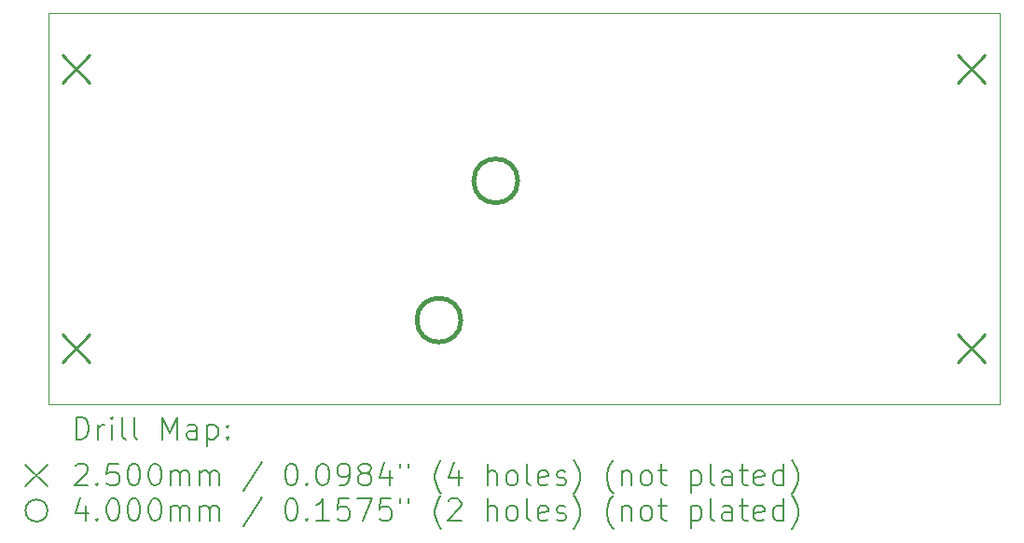
<source format=gbr>
%TF.GenerationSoftware,KiCad,Pcbnew,7.0.5*%
%TF.CreationDate,2023-06-03T16:26:47+02:00*%
%TF.ProjectId,avt2464,61767432-3436-4342-9e6b-696361645f70,rev?*%
%TF.SameCoordinates,Original*%
%TF.FileFunction,Drillmap*%
%TF.FilePolarity,Positive*%
%FSLAX45Y45*%
G04 Gerber Fmt 4.5, Leading zero omitted, Abs format (unit mm)*
G04 Created by KiCad (PCBNEW 7.0.5) date 2023-06-03 16:26:47*
%MOMM*%
%LPD*%
G01*
G04 APERTURE LIST*
%ADD10C,0.100000*%
%ADD11C,0.200000*%
%ADD12C,0.250000*%
%ADD13C,0.400000*%
G04 APERTURE END LIST*
D10*
X1778000Y-1778000D02*
X10414000Y-1778000D01*
X10414000Y-5334000D01*
X1778000Y-5334000D01*
X1778000Y-1778000D01*
D11*
D12*
X1907000Y-2161000D02*
X2157000Y-2411000D01*
X2157000Y-2161000D02*
X1907000Y-2411000D01*
X1907000Y-4701000D02*
X2157000Y-4951000D01*
X2157000Y-4701000D02*
X1907000Y-4951000D01*
X10035000Y-2161000D02*
X10285000Y-2411000D01*
X10285000Y-2161000D02*
X10035000Y-2411000D01*
X10035000Y-4701000D02*
X10285000Y-4951000D01*
X10285000Y-4701000D02*
X10035000Y-4951000D01*
D13*
X5526000Y-4568000D02*
G75*
G03*
X5526000Y-4568000I-200000J0D01*
G01*
X6042000Y-3302000D02*
G75*
G03*
X6042000Y-3302000I-200000J0D01*
G01*
D11*
X2033777Y-5650484D02*
X2033777Y-5450484D01*
X2033777Y-5450484D02*
X2081396Y-5450484D01*
X2081396Y-5450484D02*
X2109967Y-5460008D01*
X2109967Y-5460008D02*
X2129015Y-5479055D01*
X2129015Y-5479055D02*
X2138539Y-5498103D01*
X2138539Y-5498103D02*
X2148063Y-5536198D01*
X2148063Y-5536198D02*
X2148063Y-5564770D01*
X2148063Y-5564770D02*
X2138539Y-5602865D01*
X2138539Y-5602865D02*
X2129015Y-5621912D01*
X2129015Y-5621912D02*
X2109967Y-5640960D01*
X2109967Y-5640960D02*
X2081396Y-5650484D01*
X2081396Y-5650484D02*
X2033777Y-5650484D01*
X2233777Y-5650484D02*
X2233777Y-5517150D01*
X2233777Y-5555246D02*
X2243301Y-5536198D01*
X2243301Y-5536198D02*
X2252824Y-5526674D01*
X2252824Y-5526674D02*
X2271872Y-5517150D01*
X2271872Y-5517150D02*
X2290920Y-5517150D01*
X2357586Y-5650484D02*
X2357586Y-5517150D01*
X2357586Y-5450484D02*
X2348063Y-5460008D01*
X2348063Y-5460008D02*
X2357586Y-5469531D01*
X2357586Y-5469531D02*
X2367110Y-5460008D01*
X2367110Y-5460008D02*
X2357586Y-5450484D01*
X2357586Y-5450484D02*
X2357586Y-5469531D01*
X2481396Y-5650484D02*
X2462348Y-5640960D01*
X2462348Y-5640960D02*
X2452824Y-5621912D01*
X2452824Y-5621912D02*
X2452824Y-5450484D01*
X2586158Y-5650484D02*
X2567110Y-5640960D01*
X2567110Y-5640960D02*
X2557586Y-5621912D01*
X2557586Y-5621912D02*
X2557586Y-5450484D01*
X2814729Y-5650484D02*
X2814729Y-5450484D01*
X2814729Y-5450484D02*
X2881396Y-5593341D01*
X2881396Y-5593341D02*
X2948062Y-5450484D01*
X2948062Y-5450484D02*
X2948062Y-5650484D01*
X3129015Y-5650484D02*
X3129015Y-5545722D01*
X3129015Y-5545722D02*
X3119491Y-5526674D01*
X3119491Y-5526674D02*
X3100443Y-5517150D01*
X3100443Y-5517150D02*
X3062348Y-5517150D01*
X3062348Y-5517150D02*
X3043301Y-5526674D01*
X3129015Y-5640960D02*
X3109967Y-5650484D01*
X3109967Y-5650484D02*
X3062348Y-5650484D01*
X3062348Y-5650484D02*
X3043301Y-5640960D01*
X3043301Y-5640960D02*
X3033777Y-5621912D01*
X3033777Y-5621912D02*
X3033777Y-5602865D01*
X3033777Y-5602865D02*
X3043301Y-5583817D01*
X3043301Y-5583817D02*
X3062348Y-5574293D01*
X3062348Y-5574293D02*
X3109967Y-5574293D01*
X3109967Y-5574293D02*
X3129015Y-5564770D01*
X3224253Y-5517150D02*
X3224253Y-5717150D01*
X3224253Y-5526674D02*
X3243301Y-5517150D01*
X3243301Y-5517150D02*
X3281396Y-5517150D01*
X3281396Y-5517150D02*
X3300443Y-5526674D01*
X3300443Y-5526674D02*
X3309967Y-5536198D01*
X3309967Y-5536198D02*
X3319491Y-5555246D01*
X3319491Y-5555246D02*
X3319491Y-5612388D01*
X3319491Y-5612388D02*
X3309967Y-5631436D01*
X3309967Y-5631436D02*
X3300443Y-5640960D01*
X3300443Y-5640960D02*
X3281396Y-5650484D01*
X3281396Y-5650484D02*
X3243301Y-5650484D01*
X3243301Y-5650484D02*
X3224253Y-5640960D01*
X3405205Y-5631436D02*
X3414729Y-5640960D01*
X3414729Y-5640960D02*
X3405205Y-5650484D01*
X3405205Y-5650484D02*
X3395682Y-5640960D01*
X3395682Y-5640960D02*
X3405205Y-5631436D01*
X3405205Y-5631436D02*
X3405205Y-5650484D01*
X3405205Y-5526674D02*
X3414729Y-5536198D01*
X3414729Y-5536198D02*
X3405205Y-5545722D01*
X3405205Y-5545722D02*
X3395682Y-5536198D01*
X3395682Y-5536198D02*
X3405205Y-5526674D01*
X3405205Y-5526674D02*
X3405205Y-5545722D01*
X1573000Y-5879000D02*
X1773000Y-6079000D01*
X1773000Y-5879000D02*
X1573000Y-6079000D01*
X2024253Y-5889531D02*
X2033777Y-5880008D01*
X2033777Y-5880008D02*
X2052824Y-5870484D01*
X2052824Y-5870484D02*
X2100444Y-5870484D01*
X2100444Y-5870484D02*
X2119491Y-5880008D01*
X2119491Y-5880008D02*
X2129015Y-5889531D01*
X2129015Y-5889531D02*
X2138539Y-5908579D01*
X2138539Y-5908579D02*
X2138539Y-5927627D01*
X2138539Y-5927627D02*
X2129015Y-5956198D01*
X2129015Y-5956198D02*
X2014729Y-6070484D01*
X2014729Y-6070484D02*
X2138539Y-6070484D01*
X2224253Y-6051436D02*
X2233777Y-6060960D01*
X2233777Y-6060960D02*
X2224253Y-6070484D01*
X2224253Y-6070484D02*
X2214729Y-6060960D01*
X2214729Y-6060960D02*
X2224253Y-6051436D01*
X2224253Y-6051436D02*
X2224253Y-6070484D01*
X2414729Y-5870484D02*
X2319491Y-5870484D01*
X2319491Y-5870484D02*
X2309967Y-5965722D01*
X2309967Y-5965722D02*
X2319491Y-5956198D01*
X2319491Y-5956198D02*
X2338539Y-5946674D01*
X2338539Y-5946674D02*
X2386158Y-5946674D01*
X2386158Y-5946674D02*
X2405205Y-5956198D01*
X2405205Y-5956198D02*
X2414729Y-5965722D01*
X2414729Y-5965722D02*
X2424253Y-5984769D01*
X2424253Y-5984769D02*
X2424253Y-6032388D01*
X2424253Y-6032388D02*
X2414729Y-6051436D01*
X2414729Y-6051436D02*
X2405205Y-6060960D01*
X2405205Y-6060960D02*
X2386158Y-6070484D01*
X2386158Y-6070484D02*
X2338539Y-6070484D01*
X2338539Y-6070484D02*
X2319491Y-6060960D01*
X2319491Y-6060960D02*
X2309967Y-6051436D01*
X2548063Y-5870484D02*
X2567110Y-5870484D01*
X2567110Y-5870484D02*
X2586158Y-5880008D01*
X2586158Y-5880008D02*
X2595682Y-5889531D01*
X2595682Y-5889531D02*
X2605205Y-5908579D01*
X2605205Y-5908579D02*
X2614729Y-5946674D01*
X2614729Y-5946674D02*
X2614729Y-5994293D01*
X2614729Y-5994293D02*
X2605205Y-6032388D01*
X2605205Y-6032388D02*
X2595682Y-6051436D01*
X2595682Y-6051436D02*
X2586158Y-6060960D01*
X2586158Y-6060960D02*
X2567110Y-6070484D01*
X2567110Y-6070484D02*
X2548063Y-6070484D01*
X2548063Y-6070484D02*
X2529015Y-6060960D01*
X2529015Y-6060960D02*
X2519491Y-6051436D01*
X2519491Y-6051436D02*
X2509967Y-6032388D01*
X2509967Y-6032388D02*
X2500444Y-5994293D01*
X2500444Y-5994293D02*
X2500444Y-5946674D01*
X2500444Y-5946674D02*
X2509967Y-5908579D01*
X2509967Y-5908579D02*
X2519491Y-5889531D01*
X2519491Y-5889531D02*
X2529015Y-5880008D01*
X2529015Y-5880008D02*
X2548063Y-5870484D01*
X2738539Y-5870484D02*
X2757586Y-5870484D01*
X2757586Y-5870484D02*
X2776634Y-5880008D01*
X2776634Y-5880008D02*
X2786158Y-5889531D01*
X2786158Y-5889531D02*
X2795682Y-5908579D01*
X2795682Y-5908579D02*
X2805205Y-5946674D01*
X2805205Y-5946674D02*
X2805205Y-5994293D01*
X2805205Y-5994293D02*
X2795682Y-6032388D01*
X2795682Y-6032388D02*
X2786158Y-6051436D01*
X2786158Y-6051436D02*
X2776634Y-6060960D01*
X2776634Y-6060960D02*
X2757586Y-6070484D01*
X2757586Y-6070484D02*
X2738539Y-6070484D01*
X2738539Y-6070484D02*
X2719491Y-6060960D01*
X2719491Y-6060960D02*
X2709967Y-6051436D01*
X2709967Y-6051436D02*
X2700444Y-6032388D01*
X2700444Y-6032388D02*
X2690920Y-5994293D01*
X2690920Y-5994293D02*
X2690920Y-5946674D01*
X2690920Y-5946674D02*
X2700444Y-5908579D01*
X2700444Y-5908579D02*
X2709967Y-5889531D01*
X2709967Y-5889531D02*
X2719491Y-5880008D01*
X2719491Y-5880008D02*
X2738539Y-5870484D01*
X2890920Y-6070484D02*
X2890920Y-5937150D01*
X2890920Y-5956198D02*
X2900443Y-5946674D01*
X2900443Y-5946674D02*
X2919491Y-5937150D01*
X2919491Y-5937150D02*
X2948063Y-5937150D01*
X2948063Y-5937150D02*
X2967110Y-5946674D01*
X2967110Y-5946674D02*
X2976634Y-5965722D01*
X2976634Y-5965722D02*
X2976634Y-6070484D01*
X2976634Y-5965722D02*
X2986158Y-5946674D01*
X2986158Y-5946674D02*
X3005205Y-5937150D01*
X3005205Y-5937150D02*
X3033777Y-5937150D01*
X3033777Y-5937150D02*
X3052824Y-5946674D01*
X3052824Y-5946674D02*
X3062348Y-5965722D01*
X3062348Y-5965722D02*
X3062348Y-6070484D01*
X3157586Y-6070484D02*
X3157586Y-5937150D01*
X3157586Y-5956198D02*
X3167110Y-5946674D01*
X3167110Y-5946674D02*
X3186158Y-5937150D01*
X3186158Y-5937150D02*
X3214729Y-5937150D01*
X3214729Y-5937150D02*
X3233777Y-5946674D01*
X3233777Y-5946674D02*
X3243301Y-5965722D01*
X3243301Y-5965722D02*
X3243301Y-6070484D01*
X3243301Y-5965722D02*
X3252824Y-5946674D01*
X3252824Y-5946674D02*
X3271872Y-5937150D01*
X3271872Y-5937150D02*
X3300443Y-5937150D01*
X3300443Y-5937150D02*
X3319491Y-5946674D01*
X3319491Y-5946674D02*
X3329015Y-5965722D01*
X3329015Y-5965722D02*
X3329015Y-6070484D01*
X3719491Y-5860960D02*
X3548063Y-6118103D01*
X3976634Y-5870484D02*
X3995682Y-5870484D01*
X3995682Y-5870484D02*
X4014729Y-5880008D01*
X4014729Y-5880008D02*
X4024253Y-5889531D01*
X4024253Y-5889531D02*
X4033777Y-5908579D01*
X4033777Y-5908579D02*
X4043301Y-5946674D01*
X4043301Y-5946674D02*
X4043301Y-5994293D01*
X4043301Y-5994293D02*
X4033777Y-6032388D01*
X4033777Y-6032388D02*
X4024253Y-6051436D01*
X4024253Y-6051436D02*
X4014729Y-6060960D01*
X4014729Y-6060960D02*
X3995682Y-6070484D01*
X3995682Y-6070484D02*
X3976634Y-6070484D01*
X3976634Y-6070484D02*
X3957586Y-6060960D01*
X3957586Y-6060960D02*
X3948063Y-6051436D01*
X3948063Y-6051436D02*
X3938539Y-6032388D01*
X3938539Y-6032388D02*
X3929015Y-5994293D01*
X3929015Y-5994293D02*
X3929015Y-5946674D01*
X3929015Y-5946674D02*
X3938539Y-5908579D01*
X3938539Y-5908579D02*
X3948063Y-5889531D01*
X3948063Y-5889531D02*
X3957586Y-5880008D01*
X3957586Y-5880008D02*
X3976634Y-5870484D01*
X4129015Y-6051436D02*
X4138539Y-6060960D01*
X4138539Y-6060960D02*
X4129015Y-6070484D01*
X4129015Y-6070484D02*
X4119491Y-6060960D01*
X4119491Y-6060960D02*
X4129015Y-6051436D01*
X4129015Y-6051436D02*
X4129015Y-6070484D01*
X4262348Y-5870484D02*
X4281396Y-5870484D01*
X4281396Y-5870484D02*
X4300444Y-5880008D01*
X4300444Y-5880008D02*
X4309968Y-5889531D01*
X4309968Y-5889531D02*
X4319491Y-5908579D01*
X4319491Y-5908579D02*
X4329015Y-5946674D01*
X4329015Y-5946674D02*
X4329015Y-5994293D01*
X4329015Y-5994293D02*
X4319491Y-6032388D01*
X4319491Y-6032388D02*
X4309968Y-6051436D01*
X4309968Y-6051436D02*
X4300444Y-6060960D01*
X4300444Y-6060960D02*
X4281396Y-6070484D01*
X4281396Y-6070484D02*
X4262348Y-6070484D01*
X4262348Y-6070484D02*
X4243301Y-6060960D01*
X4243301Y-6060960D02*
X4233777Y-6051436D01*
X4233777Y-6051436D02*
X4224253Y-6032388D01*
X4224253Y-6032388D02*
X4214729Y-5994293D01*
X4214729Y-5994293D02*
X4214729Y-5946674D01*
X4214729Y-5946674D02*
X4224253Y-5908579D01*
X4224253Y-5908579D02*
X4233777Y-5889531D01*
X4233777Y-5889531D02*
X4243301Y-5880008D01*
X4243301Y-5880008D02*
X4262348Y-5870484D01*
X4424253Y-6070484D02*
X4462348Y-6070484D01*
X4462348Y-6070484D02*
X4481396Y-6060960D01*
X4481396Y-6060960D02*
X4490920Y-6051436D01*
X4490920Y-6051436D02*
X4509968Y-6022865D01*
X4509968Y-6022865D02*
X4519491Y-5984769D01*
X4519491Y-5984769D02*
X4519491Y-5908579D01*
X4519491Y-5908579D02*
X4509968Y-5889531D01*
X4509968Y-5889531D02*
X4500444Y-5880008D01*
X4500444Y-5880008D02*
X4481396Y-5870484D01*
X4481396Y-5870484D02*
X4443301Y-5870484D01*
X4443301Y-5870484D02*
X4424253Y-5880008D01*
X4424253Y-5880008D02*
X4414729Y-5889531D01*
X4414729Y-5889531D02*
X4405206Y-5908579D01*
X4405206Y-5908579D02*
X4405206Y-5956198D01*
X4405206Y-5956198D02*
X4414729Y-5975246D01*
X4414729Y-5975246D02*
X4424253Y-5984769D01*
X4424253Y-5984769D02*
X4443301Y-5994293D01*
X4443301Y-5994293D02*
X4481396Y-5994293D01*
X4481396Y-5994293D02*
X4500444Y-5984769D01*
X4500444Y-5984769D02*
X4509968Y-5975246D01*
X4509968Y-5975246D02*
X4519491Y-5956198D01*
X4633777Y-5956198D02*
X4614729Y-5946674D01*
X4614729Y-5946674D02*
X4605206Y-5937150D01*
X4605206Y-5937150D02*
X4595682Y-5918103D01*
X4595682Y-5918103D02*
X4595682Y-5908579D01*
X4595682Y-5908579D02*
X4605206Y-5889531D01*
X4605206Y-5889531D02*
X4614729Y-5880008D01*
X4614729Y-5880008D02*
X4633777Y-5870484D01*
X4633777Y-5870484D02*
X4671872Y-5870484D01*
X4671872Y-5870484D02*
X4690920Y-5880008D01*
X4690920Y-5880008D02*
X4700444Y-5889531D01*
X4700444Y-5889531D02*
X4709968Y-5908579D01*
X4709968Y-5908579D02*
X4709968Y-5918103D01*
X4709968Y-5918103D02*
X4700444Y-5937150D01*
X4700444Y-5937150D02*
X4690920Y-5946674D01*
X4690920Y-5946674D02*
X4671872Y-5956198D01*
X4671872Y-5956198D02*
X4633777Y-5956198D01*
X4633777Y-5956198D02*
X4614729Y-5965722D01*
X4614729Y-5965722D02*
X4605206Y-5975246D01*
X4605206Y-5975246D02*
X4595682Y-5994293D01*
X4595682Y-5994293D02*
X4595682Y-6032388D01*
X4595682Y-6032388D02*
X4605206Y-6051436D01*
X4605206Y-6051436D02*
X4614729Y-6060960D01*
X4614729Y-6060960D02*
X4633777Y-6070484D01*
X4633777Y-6070484D02*
X4671872Y-6070484D01*
X4671872Y-6070484D02*
X4690920Y-6060960D01*
X4690920Y-6060960D02*
X4700444Y-6051436D01*
X4700444Y-6051436D02*
X4709968Y-6032388D01*
X4709968Y-6032388D02*
X4709968Y-5994293D01*
X4709968Y-5994293D02*
X4700444Y-5975246D01*
X4700444Y-5975246D02*
X4690920Y-5965722D01*
X4690920Y-5965722D02*
X4671872Y-5956198D01*
X4881396Y-5937150D02*
X4881396Y-6070484D01*
X4833777Y-5860960D02*
X4786158Y-6003817D01*
X4786158Y-6003817D02*
X4909968Y-6003817D01*
X4976634Y-5870484D02*
X4976634Y-5908579D01*
X5052825Y-5870484D02*
X5052825Y-5908579D01*
X5348063Y-6146674D02*
X5338539Y-6137150D01*
X5338539Y-6137150D02*
X5319491Y-6108579D01*
X5319491Y-6108579D02*
X5309968Y-6089531D01*
X5309968Y-6089531D02*
X5300444Y-6060960D01*
X5300444Y-6060960D02*
X5290920Y-6013341D01*
X5290920Y-6013341D02*
X5290920Y-5975246D01*
X5290920Y-5975246D02*
X5300444Y-5927627D01*
X5300444Y-5927627D02*
X5309968Y-5899055D01*
X5309968Y-5899055D02*
X5319491Y-5880008D01*
X5319491Y-5880008D02*
X5338539Y-5851436D01*
X5338539Y-5851436D02*
X5348063Y-5841912D01*
X5509968Y-5937150D02*
X5509968Y-6070484D01*
X5462349Y-5860960D02*
X5414730Y-6003817D01*
X5414730Y-6003817D02*
X5538539Y-6003817D01*
X5767110Y-6070484D02*
X5767110Y-5870484D01*
X5852825Y-6070484D02*
X5852825Y-5965722D01*
X5852825Y-5965722D02*
X5843301Y-5946674D01*
X5843301Y-5946674D02*
X5824253Y-5937150D01*
X5824253Y-5937150D02*
X5795682Y-5937150D01*
X5795682Y-5937150D02*
X5776634Y-5946674D01*
X5776634Y-5946674D02*
X5767110Y-5956198D01*
X5976634Y-6070484D02*
X5957587Y-6060960D01*
X5957587Y-6060960D02*
X5948063Y-6051436D01*
X5948063Y-6051436D02*
X5938539Y-6032388D01*
X5938539Y-6032388D02*
X5938539Y-5975246D01*
X5938539Y-5975246D02*
X5948063Y-5956198D01*
X5948063Y-5956198D02*
X5957587Y-5946674D01*
X5957587Y-5946674D02*
X5976634Y-5937150D01*
X5976634Y-5937150D02*
X6005206Y-5937150D01*
X6005206Y-5937150D02*
X6024253Y-5946674D01*
X6024253Y-5946674D02*
X6033777Y-5956198D01*
X6033777Y-5956198D02*
X6043301Y-5975246D01*
X6043301Y-5975246D02*
X6043301Y-6032388D01*
X6043301Y-6032388D02*
X6033777Y-6051436D01*
X6033777Y-6051436D02*
X6024253Y-6060960D01*
X6024253Y-6060960D02*
X6005206Y-6070484D01*
X6005206Y-6070484D02*
X5976634Y-6070484D01*
X6157587Y-6070484D02*
X6138539Y-6060960D01*
X6138539Y-6060960D02*
X6129015Y-6041912D01*
X6129015Y-6041912D02*
X6129015Y-5870484D01*
X6309968Y-6060960D02*
X6290920Y-6070484D01*
X6290920Y-6070484D02*
X6252825Y-6070484D01*
X6252825Y-6070484D02*
X6233777Y-6060960D01*
X6233777Y-6060960D02*
X6224253Y-6041912D01*
X6224253Y-6041912D02*
X6224253Y-5965722D01*
X6224253Y-5965722D02*
X6233777Y-5946674D01*
X6233777Y-5946674D02*
X6252825Y-5937150D01*
X6252825Y-5937150D02*
X6290920Y-5937150D01*
X6290920Y-5937150D02*
X6309968Y-5946674D01*
X6309968Y-5946674D02*
X6319491Y-5965722D01*
X6319491Y-5965722D02*
X6319491Y-5984769D01*
X6319491Y-5984769D02*
X6224253Y-6003817D01*
X6395682Y-6060960D02*
X6414730Y-6070484D01*
X6414730Y-6070484D02*
X6452825Y-6070484D01*
X6452825Y-6070484D02*
X6471872Y-6060960D01*
X6471872Y-6060960D02*
X6481396Y-6041912D01*
X6481396Y-6041912D02*
X6481396Y-6032388D01*
X6481396Y-6032388D02*
X6471872Y-6013341D01*
X6471872Y-6013341D02*
X6452825Y-6003817D01*
X6452825Y-6003817D02*
X6424253Y-6003817D01*
X6424253Y-6003817D02*
X6405206Y-5994293D01*
X6405206Y-5994293D02*
X6395682Y-5975246D01*
X6395682Y-5975246D02*
X6395682Y-5965722D01*
X6395682Y-5965722D02*
X6405206Y-5946674D01*
X6405206Y-5946674D02*
X6424253Y-5937150D01*
X6424253Y-5937150D02*
X6452825Y-5937150D01*
X6452825Y-5937150D02*
X6471872Y-5946674D01*
X6548063Y-6146674D02*
X6557587Y-6137150D01*
X6557587Y-6137150D02*
X6576634Y-6108579D01*
X6576634Y-6108579D02*
X6586158Y-6089531D01*
X6586158Y-6089531D02*
X6595682Y-6060960D01*
X6595682Y-6060960D02*
X6605206Y-6013341D01*
X6605206Y-6013341D02*
X6605206Y-5975246D01*
X6605206Y-5975246D02*
X6595682Y-5927627D01*
X6595682Y-5927627D02*
X6586158Y-5899055D01*
X6586158Y-5899055D02*
X6576634Y-5880008D01*
X6576634Y-5880008D02*
X6557587Y-5851436D01*
X6557587Y-5851436D02*
X6548063Y-5841912D01*
X6909968Y-6146674D02*
X6900444Y-6137150D01*
X6900444Y-6137150D02*
X6881396Y-6108579D01*
X6881396Y-6108579D02*
X6871872Y-6089531D01*
X6871872Y-6089531D02*
X6862349Y-6060960D01*
X6862349Y-6060960D02*
X6852825Y-6013341D01*
X6852825Y-6013341D02*
X6852825Y-5975246D01*
X6852825Y-5975246D02*
X6862349Y-5927627D01*
X6862349Y-5927627D02*
X6871872Y-5899055D01*
X6871872Y-5899055D02*
X6881396Y-5880008D01*
X6881396Y-5880008D02*
X6900444Y-5851436D01*
X6900444Y-5851436D02*
X6909968Y-5841912D01*
X6986158Y-5937150D02*
X6986158Y-6070484D01*
X6986158Y-5956198D02*
X6995682Y-5946674D01*
X6995682Y-5946674D02*
X7014730Y-5937150D01*
X7014730Y-5937150D02*
X7043301Y-5937150D01*
X7043301Y-5937150D02*
X7062349Y-5946674D01*
X7062349Y-5946674D02*
X7071872Y-5965722D01*
X7071872Y-5965722D02*
X7071872Y-6070484D01*
X7195682Y-6070484D02*
X7176634Y-6060960D01*
X7176634Y-6060960D02*
X7167111Y-6051436D01*
X7167111Y-6051436D02*
X7157587Y-6032388D01*
X7157587Y-6032388D02*
X7157587Y-5975246D01*
X7157587Y-5975246D02*
X7167111Y-5956198D01*
X7167111Y-5956198D02*
X7176634Y-5946674D01*
X7176634Y-5946674D02*
X7195682Y-5937150D01*
X7195682Y-5937150D02*
X7224253Y-5937150D01*
X7224253Y-5937150D02*
X7243301Y-5946674D01*
X7243301Y-5946674D02*
X7252825Y-5956198D01*
X7252825Y-5956198D02*
X7262349Y-5975246D01*
X7262349Y-5975246D02*
X7262349Y-6032388D01*
X7262349Y-6032388D02*
X7252825Y-6051436D01*
X7252825Y-6051436D02*
X7243301Y-6060960D01*
X7243301Y-6060960D02*
X7224253Y-6070484D01*
X7224253Y-6070484D02*
X7195682Y-6070484D01*
X7319492Y-5937150D02*
X7395682Y-5937150D01*
X7348063Y-5870484D02*
X7348063Y-6041912D01*
X7348063Y-6041912D02*
X7357587Y-6060960D01*
X7357587Y-6060960D02*
X7376634Y-6070484D01*
X7376634Y-6070484D02*
X7395682Y-6070484D01*
X7614730Y-5937150D02*
X7614730Y-6137150D01*
X7614730Y-5946674D02*
X7633777Y-5937150D01*
X7633777Y-5937150D02*
X7671873Y-5937150D01*
X7671873Y-5937150D02*
X7690920Y-5946674D01*
X7690920Y-5946674D02*
X7700444Y-5956198D01*
X7700444Y-5956198D02*
X7709968Y-5975246D01*
X7709968Y-5975246D02*
X7709968Y-6032388D01*
X7709968Y-6032388D02*
X7700444Y-6051436D01*
X7700444Y-6051436D02*
X7690920Y-6060960D01*
X7690920Y-6060960D02*
X7671873Y-6070484D01*
X7671873Y-6070484D02*
X7633777Y-6070484D01*
X7633777Y-6070484D02*
X7614730Y-6060960D01*
X7824253Y-6070484D02*
X7805206Y-6060960D01*
X7805206Y-6060960D02*
X7795682Y-6041912D01*
X7795682Y-6041912D02*
X7795682Y-5870484D01*
X7986158Y-6070484D02*
X7986158Y-5965722D01*
X7986158Y-5965722D02*
X7976634Y-5946674D01*
X7976634Y-5946674D02*
X7957587Y-5937150D01*
X7957587Y-5937150D02*
X7919492Y-5937150D01*
X7919492Y-5937150D02*
X7900444Y-5946674D01*
X7986158Y-6060960D02*
X7967111Y-6070484D01*
X7967111Y-6070484D02*
X7919492Y-6070484D01*
X7919492Y-6070484D02*
X7900444Y-6060960D01*
X7900444Y-6060960D02*
X7890920Y-6041912D01*
X7890920Y-6041912D02*
X7890920Y-6022865D01*
X7890920Y-6022865D02*
X7900444Y-6003817D01*
X7900444Y-6003817D02*
X7919492Y-5994293D01*
X7919492Y-5994293D02*
X7967111Y-5994293D01*
X7967111Y-5994293D02*
X7986158Y-5984769D01*
X8052825Y-5937150D02*
X8129015Y-5937150D01*
X8081396Y-5870484D02*
X8081396Y-6041912D01*
X8081396Y-6041912D02*
X8090920Y-6060960D01*
X8090920Y-6060960D02*
X8109968Y-6070484D01*
X8109968Y-6070484D02*
X8129015Y-6070484D01*
X8271873Y-6060960D02*
X8252825Y-6070484D01*
X8252825Y-6070484D02*
X8214730Y-6070484D01*
X8214730Y-6070484D02*
X8195682Y-6060960D01*
X8195682Y-6060960D02*
X8186158Y-6041912D01*
X8186158Y-6041912D02*
X8186158Y-5965722D01*
X8186158Y-5965722D02*
X8195682Y-5946674D01*
X8195682Y-5946674D02*
X8214730Y-5937150D01*
X8214730Y-5937150D02*
X8252825Y-5937150D01*
X8252825Y-5937150D02*
X8271873Y-5946674D01*
X8271873Y-5946674D02*
X8281396Y-5965722D01*
X8281396Y-5965722D02*
X8281396Y-5984769D01*
X8281396Y-5984769D02*
X8186158Y-6003817D01*
X8452825Y-6070484D02*
X8452825Y-5870484D01*
X8452825Y-6060960D02*
X8433777Y-6070484D01*
X8433777Y-6070484D02*
X8395682Y-6070484D01*
X8395682Y-6070484D02*
X8376634Y-6060960D01*
X8376634Y-6060960D02*
X8367111Y-6051436D01*
X8367111Y-6051436D02*
X8357587Y-6032388D01*
X8357587Y-6032388D02*
X8357587Y-5975246D01*
X8357587Y-5975246D02*
X8367111Y-5956198D01*
X8367111Y-5956198D02*
X8376634Y-5946674D01*
X8376634Y-5946674D02*
X8395682Y-5937150D01*
X8395682Y-5937150D02*
X8433777Y-5937150D01*
X8433777Y-5937150D02*
X8452825Y-5946674D01*
X8529016Y-6146674D02*
X8538539Y-6137150D01*
X8538539Y-6137150D02*
X8557587Y-6108579D01*
X8557587Y-6108579D02*
X8567111Y-6089531D01*
X8567111Y-6089531D02*
X8576635Y-6060960D01*
X8576635Y-6060960D02*
X8586158Y-6013341D01*
X8586158Y-6013341D02*
X8586158Y-5975246D01*
X8586158Y-5975246D02*
X8576635Y-5927627D01*
X8576635Y-5927627D02*
X8567111Y-5899055D01*
X8567111Y-5899055D02*
X8557587Y-5880008D01*
X8557587Y-5880008D02*
X8538539Y-5851436D01*
X8538539Y-5851436D02*
X8529016Y-5841912D01*
X1773000Y-6299000D02*
G75*
G03*
X1773000Y-6299000I-100000J0D01*
G01*
X2119491Y-6257150D02*
X2119491Y-6390484D01*
X2071872Y-6180960D02*
X2024253Y-6323817D01*
X2024253Y-6323817D02*
X2148063Y-6323817D01*
X2224253Y-6371436D02*
X2233777Y-6380960D01*
X2233777Y-6380960D02*
X2224253Y-6390484D01*
X2224253Y-6390484D02*
X2214729Y-6380960D01*
X2214729Y-6380960D02*
X2224253Y-6371436D01*
X2224253Y-6371436D02*
X2224253Y-6390484D01*
X2357586Y-6190484D02*
X2376634Y-6190484D01*
X2376634Y-6190484D02*
X2395682Y-6200008D01*
X2395682Y-6200008D02*
X2405205Y-6209531D01*
X2405205Y-6209531D02*
X2414729Y-6228579D01*
X2414729Y-6228579D02*
X2424253Y-6266674D01*
X2424253Y-6266674D02*
X2424253Y-6314293D01*
X2424253Y-6314293D02*
X2414729Y-6352388D01*
X2414729Y-6352388D02*
X2405205Y-6371436D01*
X2405205Y-6371436D02*
X2395682Y-6380960D01*
X2395682Y-6380960D02*
X2376634Y-6390484D01*
X2376634Y-6390484D02*
X2357586Y-6390484D01*
X2357586Y-6390484D02*
X2338539Y-6380960D01*
X2338539Y-6380960D02*
X2329015Y-6371436D01*
X2329015Y-6371436D02*
X2319491Y-6352388D01*
X2319491Y-6352388D02*
X2309967Y-6314293D01*
X2309967Y-6314293D02*
X2309967Y-6266674D01*
X2309967Y-6266674D02*
X2319491Y-6228579D01*
X2319491Y-6228579D02*
X2329015Y-6209531D01*
X2329015Y-6209531D02*
X2338539Y-6200008D01*
X2338539Y-6200008D02*
X2357586Y-6190484D01*
X2548063Y-6190484D02*
X2567110Y-6190484D01*
X2567110Y-6190484D02*
X2586158Y-6200008D01*
X2586158Y-6200008D02*
X2595682Y-6209531D01*
X2595682Y-6209531D02*
X2605205Y-6228579D01*
X2605205Y-6228579D02*
X2614729Y-6266674D01*
X2614729Y-6266674D02*
X2614729Y-6314293D01*
X2614729Y-6314293D02*
X2605205Y-6352388D01*
X2605205Y-6352388D02*
X2595682Y-6371436D01*
X2595682Y-6371436D02*
X2586158Y-6380960D01*
X2586158Y-6380960D02*
X2567110Y-6390484D01*
X2567110Y-6390484D02*
X2548063Y-6390484D01*
X2548063Y-6390484D02*
X2529015Y-6380960D01*
X2529015Y-6380960D02*
X2519491Y-6371436D01*
X2519491Y-6371436D02*
X2509967Y-6352388D01*
X2509967Y-6352388D02*
X2500444Y-6314293D01*
X2500444Y-6314293D02*
X2500444Y-6266674D01*
X2500444Y-6266674D02*
X2509967Y-6228579D01*
X2509967Y-6228579D02*
X2519491Y-6209531D01*
X2519491Y-6209531D02*
X2529015Y-6200008D01*
X2529015Y-6200008D02*
X2548063Y-6190484D01*
X2738539Y-6190484D02*
X2757586Y-6190484D01*
X2757586Y-6190484D02*
X2776634Y-6200008D01*
X2776634Y-6200008D02*
X2786158Y-6209531D01*
X2786158Y-6209531D02*
X2795682Y-6228579D01*
X2795682Y-6228579D02*
X2805205Y-6266674D01*
X2805205Y-6266674D02*
X2805205Y-6314293D01*
X2805205Y-6314293D02*
X2795682Y-6352388D01*
X2795682Y-6352388D02*
X2786158Y-6371436D01*
X2786158Y-6371436D02*
X2776634Y-6380960D01*
X2776634Y-6380960D02*
X2757586Y-6390484D01*
X2757586Y-6390484D02*
X2738539Y-6390484D01*
X2738539Y-6390484D02*
X2719491Y-6380960D01*
X2719491Y-6380960D02*
X2709967Y-6371436D01*
X2709967Y-6371436D02*
X2700444Y-6352388D01*
X2700444Y-6352388D02*
X2690920Y-6314293D01*
X2690920Y-6314293D02*
X2690920Y-6266674D01*
X2690920Y-6266674D02*
X2700444Y-6228579D01*
X2700444Y-6228579D02*
X2709967Y-6209531D01*
X2709967Y-6209531D02*
X2719491Y-6200008D01*
X2719491Y-6200008D02*
X2738539Y-6190484D01*
X2890920Y-6390484D02*
X2890920Y-6257150D01*
X2890920Y-6276198D02*
X2900443Y-6266674D01*
X2900443Y-6266674D02*
X2919491Y-6257150D01*
X2919491Y-6257150D02*
X2948063Y-6257150D01*
X2948063Y-6257150D02*
X2967110Y-6266674D01*
X2967110Y-6266674D02*
X2976634Y-6285722D01*
X2976634Y-6285722D02*
X2976634Y-6390484D01*
X2976634Y-6285722D02*
X2986158Y-6266674D01*
X2986158Y-6266674D02*
X3005205Y-6257150D01*
X3005205Y-6257150D02*
X3033777Y-6257150D01*
X3033777Y-6257150D02*
X3052824Y-6266674D01*
X3052824Y-6266674D02*
X3062348Y-6285722D01*
X3062348Y-6285722D02*
X3062348Y-6390484D01*
X3157586Y-6390484D02*
X3157586Y-6257150D01*
X3157586Y-6276198D02*
X3167110Y-6266674D01*
X3167110Y-6266674D02*
X3186158Y-6257150D01*
X3186158Y-6257150D02*
X3214729Y-6257150D01*
X3214729Y-6257150D02*
X3233777Y-6266674D01*
X3233777Y-6266674D02*
X3243301Y-6285722D01*
X3243301Y-6285722D02*
X3243301Y-6390484D01*
X3243301Y-6285722D02*
X3252824Y-6266674D01*
X3252824Y-6266674D02*
X3271872Y-6257150D01*
X3271872Y-6257150D02*
X3300443Y-6257150D01*
X3300443Y-6257150D02*
X3319491Y-6266674D01*
X3319491Y-6266674D02*
X3329015Y-6285722D01*
X3329015Y-6285722D02*
X3329015Y-6390484D01*
X3719491Y-6180960D02*
X3548063Y-6438103D01*
X3976634Y-6190484D02*
X3995682Y-6190484D01*
X3995682Y-6190484D02*
X4014729Y-6200008D01*
X4014729Y-6200008D02*
X4024253Y-6209531D01*
X4024253Y-6209531D02*
X4033777Y-6228579D01*
X4033777Y-6228579D02*
X4043301Y-6266674D01*
X4043301Y-6266674D02*
X4043301Y-6314293D01*
X4043301Y-6314293D02*
X4033777Y-6352388D01*
X4033777Y-6352388D02*
X4024253Y-6371436D01*
X4024253Y-6371436D02*
X4014729Y-6380960D01*
X4014729Y-6380960D02*
X3995682Y-6390484D01*
X3995682Y-6390484D02*
X3976634Y-6390484D01*
X3976634Y-6390484D02*
X3957586Y-6380960D01*
X3957586Y-6380960D02*
X3948063Y-6371436D01*
X3948063Y-6371436D02*
X3938539Y-6352388D01*
X3938539Y-6352388D02*
X3929015Y-6314293D01*
X3929015Y-6314293D02*
X3929015Y-6266674D01*
X3929015Y-6266674D02*
X3938539Y-6228579D01*
X3938539Y-6228579D02*
X3948063Y-6209531D01*
X3948063Y-6209531D02*
X3957586Y-6200008D01*
X3957586Y-6200008D02*
X3976634Y-6190484D01*
X4129015Y-6371436D02*
X4138539Y-6380960D01*
X4138539Y-6380960D02*
X4129015Y-6390484D01*
X4129015Y-6390484D02*
X4119491Y-6380960D01*
X4119491Y-6380960D02*
X4129015Y-6371436D01*
X4129015Y-6371436D02*
X4129015Y-6390484D01*
X4329015Y-6390484D02*
X4214729Y-6390484D01*
X4271872Y-6390484D02*
X4271872Y-6190484D01*
X4271872Y-6190484D02*
X4252825Y-6219055D01*
X4252825Y-6219055D02*
X4233777Y-6238103D01*
X4233777Y-6238103D02*
X4214729Y-6247627D01*
X4509968Y-6190484D02*
X4414729Y-6190484D01*
X4414729Y-6190484D02*
X4405206Y-6285722D01*
X4405206Y-6285722D02*
X4414729Y-6276198D01*
X4414729Y-6276198D02*
X4433777Y-6266674D01*
X4433777Y-6266674D02*
X4481396Y-6266674D01*
X4481396Y-6266674D02*
X4500444Y-6276198D01*
X4500444Y-6276198D02*
X4509968Y-6285722D01*
X4509968Y-6285722D02*
X4519491Y-6304769D01*
X4519491Y-6304769D02*
X4519491Y-6352388D01*
X4519491Y-6352388D02*
X4509968Y-6371436D01*
X4509968Y-6371436D02*
X4500444Y-6380960D01*
X4500444Y-6380960D02*
X4481396Y-6390484D01*
X4481396Y-6390484D02*
X4433777Y-6390484D01*
X4433777Y-6390484D02*
X4414729Y-6380960D01*
X4414729Y-6380960D02*
X4405206Y-6371436D01*
X4586158Y-6190484D02*
X4719491Y-6190484D01*
X4719491Y-6190484D02*
X4633777Y-6390484D01*
X4890920Y-6190484D02*
X4795682Y-6190484D01*
X4795682Y-6190484D02*
X4786158Y-6285722D01*
X4786158Y-6285722D02*
X4795682Y-6276198D01*
X4795682Y-6276198D02*
X4814729Y-6266674D01*
X4814729Y-6266674D02*
X4862349Y-6266674D01*
X4862349Y-6266674D02*
X4881396Y-6276198D01*
X4881396Y-6276198D02*
X4890920Y-6285722D01*
X4890920Y-6285722D02*
X4900444Y-6304769D01*
X4900444Y-6304769D02*
X4900444Y-6352388D01*
X4900444Y-6352388D02*
X4890920Y-6371436D01*
X4890920Y-6371436D02*
X4881396Y-6380960D01*
X4881396Y-6380960D02*
X4862349Y-6390484D01*
X4862349Y-6390484D02*
X4814729Y-6390484D01*
X4814729Y-6390484D02*
X4795682Y-6380960D01*
X4795682Y-6380960D02*
X4786158Y-6371436D01*
X4976634Y-6190484D02*
X4976634Y-6228579D01*
X5052825Y-6190484D02*
X5052825Y-6228579D01*
X5348063Y-6466674D02*
X5338539Y-6457150D01*
X5338539Y-6457150D02*
X5319491Y-6428579D01*
X5319491Y-6428579D02*
X5309968Y-6409531D01*
X5309968Y-6409531D02*
X5300444Y-6380960D01*
X5300444Y-6380960D02*
X5290920Y-6333341D01*
X5290920Y-6333341D02*
X5290920Y-6295246D01*
X5290920Y-6295246D02*
X5300444Y-6247627D01*
X5300444Y-6247627D02*
X5309968Y-6219055D01*
X5309968Y-6219055D02*
X5319491Y-6200008D01*
X5319491Y-6200008D02*
X5338539Y-6171436D01*
X5338539Y-6171436D02*
X5348063Y-6161912D01*
X5414730Y-6209531D02*
X5424253Y-6200008D01*
X5424253Y-6200008D02*
X5443301Y-6190484D01*
X5443301Y-6190484D02*
X5490920Y-6190484D01*
X5490920Y-6190484D02*
X5509968Y-6200008D01*
X5509968Y-6200008D02*
X5519491Y-6209531D01*
X5519491Y-6209531D02*
X5529015Y-6228579D01*
X5529015Y-6228579D02*
X5529015Y-6247627D01*
X5529015Y-6247627D02*
X5519491Y-6276198D01*
X5519491Y-6276198D02*
X5405206Y-6390484D01*
X5405206Y-6390484D02*
X5529015Y-6390484D01*
X5767110Y-6390484D02*
X5767110Y-6190484D01*
X5852825Y-6390484D02*
X5852825Y-6285722D01*
X5852825Y-6285722D02*
X5843301Y-6266674D01*
X5843301Y-6266674D02*
X5824253Y-6257150D01*
X5824253Y-6257150D02*
X5795682Y-6257150D01*
X5795682Y-6257150D02*
X5776634Y-6266674D01*
X5776634Y-6266674D02*
X5767110Y-6276198D01*
X5976634Y-6390484D02*
X5957587Y-6380960D01*
X5957587Y-6380960D02*
X5948063Y-6371436D01*
X5948063Y-6371436D02*
X5938539Y-6352388D01*
X5938539Y-6352388D02*
X5938539Y-6295246D01*
X5938539Y-6295246D02*
X5948063Y-6276198D01*
X5948063Y-6276198D02*
X5957587Y-6266674D01*
X5957587Y-6266674D02*
X5976634Y-6257150D01*
X5976634Y-6257150D02*
X6005206Y-6257150D01*
X6005206Y-6257150D02*
X6024253Y-6266674D01*
X6024253Y-6266674D02*
X6033777Y-6276198D01*
X6033777Y-6276198D02*
X6043301Y-6295246D01*
X6043301Y-6295246D02*
X6043301Y-6352388D01*
X6043301Y-6352388D02*
X6033777Y-6371436D01*
X6033777Y-6371436D02*
X6024253Y-6380960D01*
X6024253Y-6380960D02*
X6005206Y-6390484D01*
X6005206Y-6390484D02*
X5976634Y-6390484D01*
X6157587Y-6390484D02*
X6138539Y-6380960D01*
X6138539Y-6380960D02*
X6129015Y-6361912D01*
X6129015Y-6361912D02*
X6129015Y-6190484D01*
X6309968Y-6380960D02*
X6290920Y-6390484D01*
X6290920Y-6390484D02*
X6252825Y-6390484D01*
X6252825Y-6390484D02*
X6233777Y-6380960D01*
X6233777Y-6380960D02*
X6224253Y-6361912D01*
X6224253Y-6361912D02*
X6224253Y-6285722D01*
X6224253Y-6285722D02*
X6233777Y-6266674D01*
X6233777Y-6266674D02*
X6252825Y-6257150D01*
X6252825Y-6257150D02*
X6290920Y-6257150D01*
X6290920Y-6257150D02*
X6309968Y-6266674D01*
X6309968Y-6266674D02*
X6319491Y-6285722D01*
X6319491Y-6285722D02*
X6319491Y-6304769D01*
X6319491Y-6304769D02*
X6224253Y-6323817D01*
X6395682Y-6380960D02*
X6414730Y-6390484D01*
X6414730Y-6390484D02*
X6452825Y-6390484D01*
X6452825Y-6390484D02*
X6471872Y-6380960D01*
X6471872Y-6380960D02*
X6481396Y-6361912D01*
X6481396Y-6361912D02*
X6481396Y-6352388D01*
X6481396Y-6352388D02*
X6471872Y-6333341D01*
X6471872Y-6333341D02*
X6452825Y-6323817D01*
X6452825Y-6323817D02*
X6424253Y-6323817D01*
X6424253Y-6323817D02*
X6405206Y-6314293D01*
X6405206Y-6314293D02*
X6395682Y-6295246D01*
X6395682Y-6295246D02*
X6395682Y-6285722D01*
X6395682Y-6285722D02*
X6405206Y-6266674D01*
X6405206Y-6266674D02*
X6424253Y-6257150D01*
X6424253Y-6257150D02*
X6452825Y-6257150D01*
X6452825Y-6257150D02*
X6471872Y-6266674D01*
X6548063Y-6466674D02*
X6557587Y-6457150D01*
X6557587Y-6457150D02*
X6576634Y-6428579D01*
X6576634Y-6428579D02*
X6586158Y-6409531D01*
X6586158Y-6409531D02*
X6595682Y-6380960D01*
X6595682Y-6380960D02*
X6605206Y-6333341D01*
X6605206Y-6333341D02*
X6605206Y-6295246D01*
X6605206Y-6295246D02*
X6595682Y-6247627D01*
X6595682Y-6247627D02*
X6586158Y-6219055D01*
X6586158Y-6219055D02*
X6576634Y-6200008D01*
X6576634Y-6200008D02*
X6557587Y-6171436D01*
X6557587Y-6171436D02*
X6548063Y-6161912D01*
X6909968Y-6466674D02*
X6900444Y-6457150D01*
X6900444Y-6457150D02*
X6881396Y-6428579D01*
X6881396Y-6428579D02*
X6871872Y-6409531D01*
X6871872Y-6409531D02*
X6862349Y-6380960D01*
X6862349Y-6380960D02*
X6852825Y-6333341D01*
X6852825Y-6333341D02*
X6852825Y-6295246D01*
X6852825Y-6295246D02*
X6862349Y-6247627D01*
X6862349Y-6247627D02*
X6871872Y-6219055D01*
X6871872Y-6219055D02*
X6881396Y-6200008D01*
X6881396Y-6200008D02*
X6900444Y-6171436D01*
X6900444Y-6171436D02*
X6909968Y-6161912D01*
X6986158Y-6257150D02*
X6986158Y-6390484D01*
X6986158Y-6276198D02*
X6995682Y-6266674D01*
X6995682Y-6266674D02*
X7014730Y-6257150D01*
X7014730Y-6257150D02*
X7043301Y-6257150D01*
X7043301Y-6257150D02*
X7062349Y-6266674D01*
X7062349Y-6266674D02*
X7071872Y-6285722D01*
X7071872Y-6285722D02*
X7071872Y-6390484D01*
X7195682Y-6390484D02*
X7176634Y-6380960D01*
X7176634Y-6380960D02*
X7167111Y-6371436D01*
X7167111Y-6371436D02*
X7157587Y-6352388D01*
X7157587Y-6352388D02*
X7157587Y-6295246D01*
X7157587Y-6295246D02*
X7167111Y-6276198D01*
X7167111Y-6276198D02*
X7176634Y-6266674D01*
X7176634Y-6266674D02*
X7195682Y-6257150D01*
X7195682Y-6257150D02*
X7224253Y-6257150D01*
X7224253Y-6257150D02*
X7243301Y-6266674D01*
X7243301Y-6266674D02*
X7252825Y-6276198D01*
X7252825Y-6276198D02*
X7262349Y-6295246D01*
X7262349Y-6295246D02*
X7262349Y-6352388D01*
X7262349Y-6352388D02*
X7252825Y-6371436D01*
X7252825Y-6371436D02*
X7243301Y-6380960D01*
X7243301Y-6380960D02*
X7224253Y-6390484D01*
X7224253Y-6390484D02*
X7195682Y-6390484D01*
X7319492Y-6257150D02*
X7395682Y-6257150D01*
X7348063Y-6190484D02*
X7348063Y-6361912D01*
X7348063Y-6361912D02*
X7357587Y-6380960D01*
X7357587Y-6380960D02*
X7376634Y-6390484D01*
X7376634Y-6390484D02*
X7395682Y-6390484D01*
X7614730Y-6257150D02*
X7614730Y-6457150D01*
X7614730Y-6266674D02*
X7633777Y-6257150D01*
X7633777Y-6257150D02*
X7671873Y-6257150D01*
X7671873Y-6257150D02*
X7690920Y-6266674D01*
X7690920Y-6266674D02*
X7700444Y-6276198D01*
X7700444Y-6276198D02*
X7709968Y-6295246D01*
X7709968Y-6295246D02*
X7709968Y-6352388D01*
X7709968Y-6352388D02*
X7700444Y-6371436D01*
X7700444Y-6371436D02*
X7690920Y-6380960D01*
X7690920Y-6380960D02*
X7671873Y-6390484D01*
X7671873Y-6390484D02*
X7633777Y-6390484D01*
X7633777Y-6390484D02*
X7614730Y-6380960D01*
X7824253Y-6390484D02*
X7805206Y-6380960D01*
X7805206Y-6380960D02*
X7795682Y-6361912D01*
X7795682Y-6361912D02*
X7795682Y-6190484D01*
X7986158Y-6390484D02*
X7986158Y-6285722D01*
X7986158Y-6285722D02*
X7976634Y-6266674D01*
X7976634Y-6266674D02*
X7957587Y-6257150D01*
X7957587Y-6257150D02*
X7919492Y-6257150D01*
X7919492Y-6257150D02*
X7900444Y-6266674D01*
X7986158Y-6380960D02*
X7967111Y-6390484D01*
X7967111Y-6390484D02*
X7919492Y-6390484D01*
X7919492Y-6390484D02*
X7900444Y-6380960D01*
X7900444Y-6380960D02*
X7890920Y-6361912D01*
X7890920Y-6361912D02*
X7890920Y-6342865D01*
X7890920Y-6342865D02*
X7900444Y-6323817D01*
X7900444Y-6323817D02*
X7919492Y-6314293D01*
X7919492Y-6314293D02*
X7967111Y-6314293D01*
X7967111Y-6314293D02*
X7986158Y-6304769D01*
X8052825Y-6257150D02*
X8129015Y-6257150D01*
X8081396Y-6190484D02*
X8081396Y-6361912D01*
X8081396Y-6361912D02*
X8090920Y-6380960D01*
X8090920Y-6380960D02*
X8109968Y-6390484D01*
X8109968Y-6390484D02*
X8129015Y-6390484D01*
X8271873Y-6380960D02*
X8252825Y-6390484D01*
X8252825Y-6390484D02*
X8214730Y-6390484D01*
X8214730Y-6390484D02*
X8195682Y-6380960D01*
X8195682Y-6380960D02*
X8186158Y-6361912D01*
X8186158Y-6361912D02*
X8186158Y-6285722D01*
X8186158Y-6285722D02*
X8195682Y-6266674D01*
X8195682Y-6266674D02*
X8214730Y-6257150D01*
X8214730Y-6257150D02*
X8252825Y-6257150D01*
X8252825Y-6257150D02*
X8271873Y-6266674D01*
X8271873Y-6266674D02*
X8281396Y-6285722D01*
X8281396Y-6285722D02*
X8281396Y-6304769D01*
X8281396Y-6304769D02*
X8186158Y-6323817D01*
X8452825Y-6390484D02*
X8452825Y-6190484D01*
X8452825Y-6380960D02*
X8433777Y-6390484D01*
X8433777Y-6390484D02*
X8395682Y-6390484D01*
X8395682Y-6390484D02*
X8376634Y-6380960D01*
X8376634Y-6380960D02*
X8367111Y-6371436D01*
X8367111Y-6371436D02*
X8357587Y-6352388D01*
X8357587Y-6352388D02*
X8357587Y-6295246D01*
X8357587Y-6295246D02*
X8367111Y-6276198D01*
X8367111Y-6276198D02*
X8376634Y-6266674D01*
X8376634Y-6266674D02*
X8395682Y-6257150D01*
X8395682Y-6257150D02*
X8433777Y-6257150D01*
X8433777Y-6257150D02*
X8452825Y-6266674D01*
X8529016Y-6466674D02*
X8538539Y-6457150D01*
X8538539Y-6457150D02*
X8557587Y-6428579D01*
X8557587Y-6428579D02*
X8567111Y-6409531D01*
X8567111Y-6409531D02*
X8576635Y-6380960D01*
X8576635Y-6380960D02*
X8586158Y-6333341D01*
X8586158Y-6333341D02*
X8586158Y-6295246D01*
X8586158Y-6295246D02*
X8576635Y-6247627D01*
X8576635Y-6247627D02*
X8567111Y-6219055D01*
X8567111Y-6219055D02*
X8557587Y-6200008D01*
X8557587Y-6200008D02*
X8538539Y-6171436D01*
X8538539Y-6171436D02*
X8529016Y-6161912D01*
M02*

</source>
